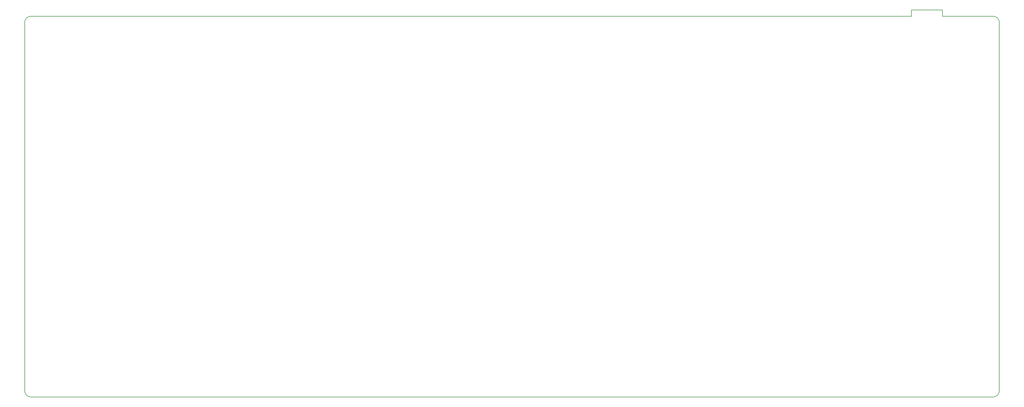
<source format=gm1>
G04 #@! TF.GenerationSoftware,KiCad,Pcbnew,(5.1.4)-1*
G04 #@! TF.CreationDate,2020-09-19T16:07:07+10:00*
G04 #@! TF.ProjectId,keyboard-10,6b657962-6f61-4726-942d-31302e6b6963,rev?*
G04 #@! TF.SameCoordinates,Original*
G04 #@! TF.FileFunction,Profile,NP*
%FSLAX46Y46*%
G04 Gerber Fmt 4.6, Leading zero omitted, Abs format (unit mm)*
G04 Created by KiCad (PCBNEW (5.1.4)-1) date 2020-09-19 16:07:07*
%MOMM*%
%LPD*%
G04 APERTURE LIST*
%ADD10C,0.200000*%
G04 APERTURE END LIST*
D10*
X412512500Y-91806250D02*
X160575000Y-91806250D01*
X422512500Y-89806251D02*
X422512500Y-91806250D01*
X412512500Y-89806250D02*
X422512500Y-89806251D01*
X412512500Y-91806250D02*
X412512500Y-89806250D01*
X150575000Y-91806250D02*
X160575000Y-91806250D01*
X150575000Y-91806250D02*
X129000000Y-91806250D01*
X438800000Y-91806250D02*
G75*
G02X440800000Y-93806250I0J-2000000D01*
G01*
X440800000Y-212581250D02*
G75*
G02X438800000Y-214581250I-2000000J0D01*
G01*
X129000000Y-214581250D02*
G75*
G02X127000000Y-212581250I0J2000000D01*
G01*
X127000000Y-93806250D02*
G75*
G02X129000000Y-91806250I2000000J0D01*
G01*
X127000000Y-93806250D02*
X126999999Y-212581250D01*
X427037500Y-214581250D02*
X129000000Y-214581250D01*
X438800000Y-91806250D02*
X422512499Y-91806251D01*
X440800000Y-212581250D02*
X440800000Y-93806250D01*
X427037500Y-214581250D02*
X438800000Y-214581250D01*
M02*

</source>
